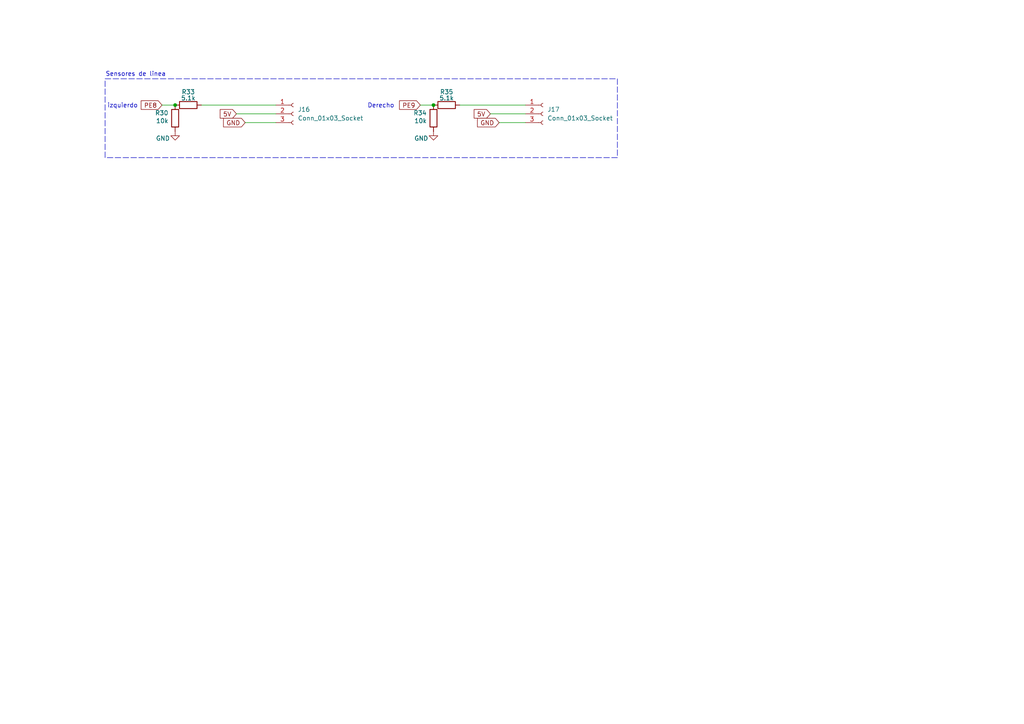
<source format=kicad_sch>
(kicad_sch (version 20231120) (generator "eeschema") (generator_version "8.0")
  (paper "A4")
  (lib_symbols
    (symbol "Connector:Conn_01x03_Socket" (pin_names (offset 1.016) hide)
      (property "Reference" "J" (at 0 5.08 0))
      (property "Value" "Conn_01x03_Socket" (at 0 -5.08 0))
      (symbol "Conn_01x03_Socket_1_1"
        (arc (start 0 -2.032) (mid -0.5058 -2.54) (end 0 -3.048) (stroke (width 0.1524)))
        (polyline (pts (xy -1.27 -2.54) (xy -0.508 -2.54)) (stroke (width 0.1524)))
        (polyline (pts (xy -1.27 0) (xy -0.508 0)) (stroke (width 0.1524)))
        (polyline (pts (xy -1.27 2.54) (xy -0.508 2.54)) (stroke (width 0.1524)))
        (arc (start 0 0.508) (mid -0.5058 0) (end 0 -0.508) (stroke (width 0.1524)))
        (arc (start 0 3.048) (mid -0.5058 2.54) (end 0 2.032) (stroke (width 0.1524)))
        (pin passive line (at -5.08 2.54 0) (length 3.81) (name "Pin_1") (number "1"))
        (pin passive line (at -5.08 0 0) (length 3.81) (name "Pin_2") (number "2"))
        (pin passive line (at -5.08 -2.54 0) (length 3.81) (name "Pin_3") (number "3"))
      )
    )
    (symbol "Device:R" (pin_numbers hide) (pin_names (offset 0))
      (property "Reference" "R" (at 2.032 0 90))
      (property "Value" "R" (at 0 0 90))
      (symbol "R_0_1"
        (rectangle (start -1.016 -2.54) (end 1.016 2.54) (stroke (width 0.254)))
      )
      (symbol "R_1_1"
        (pin passive line (at 0 3.81 270) (length 1.27) (name "~") (number "1"))
        (pin passive line (at 0 -3.81 90) (length 1.27) (name "~") (number "2"))
      )
    )
    (symbol "power:GND" (power) (pin_numbers hide) (pin_names (offset 0) hide)
      (property "Value" "GND" (at 0 -3.81 0))
      (symbol "GND_0_1"
        (polyline (pts (xy 0 0) (xy 0 -1.27) (xy 1.27 -1.27) (xy 0 -2.54) (xy -1.27 -1.27) (xy 0 -1.27)))
      )
      (symbol "GND_1_1"
        (pin power_in line (at 0 0 270) (length 0) (name "~") (number "1"))
      )
    )
  )
  (junction (at 125.73 30.48))
  (junction (at 50.8 30.48))
  (wire (pts (xy 133.35 30.48) (xy 152.4 30.48)))
  (wire (pts (xy 121.92 30.48) (xy 125.73 30.48)))
  (wire (pts (xy 46.99 30.48) (xy 50.8 30.48)))
  (wire (pts (xy 58.42 30.48) (xy 80.01 30.48)))
  (wire (pts (xy 68.58 33.02) (xy 80.01 33.02)))
  (wire (pts (xy 71.12 35.56) (xy 80.01 35.56)))
  (wire (pts (xy 144.78 35.56) (xy 152.4 35.56)))
  (wire (pts (xy 142.24 33.02) (xy 152.4 33.02)))
  (rectangle (start 30.48 22.86) (end 179.07 45.72) (stroke (width 0) (type dash)))
  (text "Derecho" (at 110.49 30.734 0) (effects (font (size 1.27 1.27))))
  (text "izquierdo" (at 35.56 30.734 0) (effects (font (size 1.27 1.27))))
  (text "Sensores de linea" (at 39.37 21.59 0) (effects (font (size 1.27 1.27))))
  (global_label "5V" (shape input) (at 68.58 33.02 180) (property "Intersheetrefs" "${INTERSHEET_REFS}" (effects (hide yes))))
  (global_label "PE8" (shape input) (at 46.99 30.48 180) (property "Intersheetrefs" "${INTERSHEET_REFS}" (effects (hide yes))))
  (global_label "GND" (shape input) (at 144.78 35.56 180) (property "Intersheetrefs" "${INTERSHEET_REFS}" (effects (hide yes))))
  (global_label "PE9" (shape input) (at 121.92 30.48 180) (property "Intersheetrefs" "${INTERSHEET_REFS}" (effects (hide yes))))
  (global_label "GND" (shape input) (at 71.12 35.56 180) (property "Intersheetrefs" "${INTERSHEET_REFS}" (effects (hide yes))))
  (global_label "5V" (shape input) (at 142.24 33.02 180) (property "Intersheetrefs" "${INTERSHEET_REFS}" (effects (hide yes))))
  (symbol (lib_id "Device:R") (at 125.73 34.29 0) (unit 1)
    (property "Reference" "R34" (at 119.888 32.766 0) (effects (justify left)))
    (property "Value" "10k" (at 120.142 35.052 0) (effects (justify left)))
    (property "Description" "Resistor" (effects (hide yes)))
  )
  (symbol (lib_id "Connector:Conn_01x03_Socket") (at 157.48 33.02 0) (unit 1)
    (property "Reference" "J17" (at 158.75 31.7499 0) (effects (justify left)))
    (property "Value" "Conn_01x03_Socket" (at 158.75 34.2899 0) (effects (justify left)))
    (property "Description" "Generic connector, single row, 01x03, script generated" (effects (hide yes)))
  )
  (symbol (lib_id "power:GND") (at 125.73 38.1 0) (unit 1)
    (property "Reference" "#PWR011" (effects (hide yes)))
    (property "Value" "GND" (at 122.174 40.132 0))
    (property "Description" "Power symbol creates a global label with name \"GND\" , ground" (effects (hide yes)))
  )
  (symbol (lib_id "Device:R") (at 129.54 30.48 90) (unit 1)
    (property "Reference" "R35" (at 129.54 26.67 90))
    (property "Value" "5.1k" (at 129.54 28.448 90))
    (property "Description" "Resistor" (effects (hide yes)))
  )
  (symbol (lib_id "Device:R") (at 54.61 30.48 90) (unit 1)
    (property "Reference" "R33" (at 54.61 26.67 90))
    (property "Value" "5.1k" (at 54.61 28.448 90))
    (property "Description" "Resistor" (effects (hide yes)))
  )
  (symbol (lib_id "Connector:Conn_01x03_Socket") (at 85.09 33.02 0) (unit 1)
    (property "Reference" "J16" (at 86.36 31.7499 0) (effects (justify left)))
    (property "Value" "Conn_01x03_Socket" (at 86.36 34.2899 0) (effects (justify left)))
    (property "Description" "Generic connector, single row, 01x03, script generated" (effects (hide yes)))
  )
  (symbol (lib_id "Device:R") (at 50.8 34.29 0) (unit 1)
    (property "Reference" "R30" (at 44.958 32.766 0) (effects (justify left)))
    (property "Value" "10k" (at 45.212 35.052 0) (effects (justify left)))
    (property "Description" "Resistor" (effects (hide yes)))
  )
  (symbol (lib_id "power:GND") (at 50.8 38.1 0) (unit 1)
    (property "Reference" "#PWR010" (effects (hide yes)))
    (property "Value" "GND" (at 47.244 40.132 0))
    (property "Description" "Power symbol creates a global label with name \"GND\" , ground" (effects (hide yes)))
  )
)
</source>
